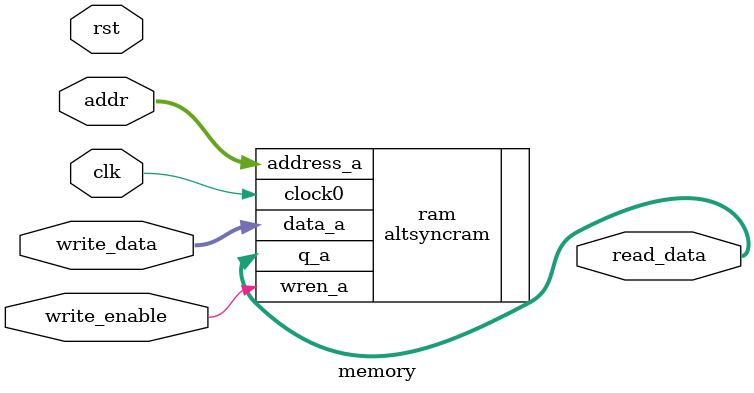
<source format=sv>
module memory (
    input logic clk,
    input logic rst,
    input logic [31:0] addr,
    input logic write_enable,
    input logic [31:0] write_data,
    output logic [31:0] read_data
);
  altsyncram #(
      .operation_mode("SINGLE_PORT"),
      .width_a(32),
      .widthad_a(16),
      .numwords_a(256),
      .lpm_type("altsyncram"),
      .outdata_reg_a("UNREGISTERED"),
      .address_aclr_a("NONE"),
      .outdata_aclr_a("NONE"),
      .indata_aclr_a("NONE"),
      .wrcontrol_aclr_a("NONE"),
      .byte_size(8),
      .read_during_write_mode_mixed_ports("DONT_CARE"),
      .init_file("memory.mif")
  ) ram (
      .clock0(clk),
      .wren_a(write_enable),
      .address_a(addr),
      .data_a(write_data),
      .q_a(read_data)
  );
endmodule

</source>
